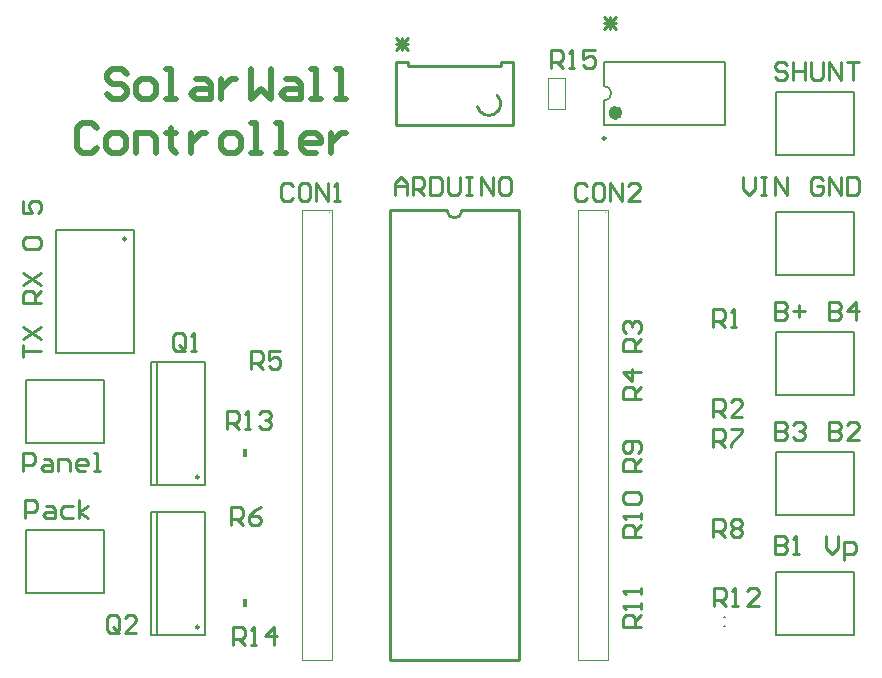
<source format=gto>
G04 Layer_Color=15132400*
%FSLAX25Y25*%
%MOIN*%
G70*
G01*
G75*
%ADD17C,0.02000*%
%ADD33C,0.01000*%
%ADD34C,0.00787*%
%ADD35C,0.00984*%
%ADD36C,0.02362*%
%ADD37C,0.00394*%
%ADD38R,0.01800X0.03000*%
D17*
X180665Y408331D02*
X178998Y409997D01*
X175666D01*
X174000Y408331D01*
Y401666D01*
X175666Y400000D01*
X178998D01*
X180665Y401666D01*
X185663Y400000D02*
X188995D01*
X190661Y401666D01*
Y404998D01*
X188995Y406665D01*
X185663D01*
X183997Y404998D01*
Y401666D01*
X185663Y400000D01*
X193993D02*
Y406665D01*
X198992D01*
X200658Y404998D01*
Y400000D01*
X205656Y408331D02*
Y406665D01*
X203990D01*
X207323D01*
X205656D01*
Y401666D01*
X207323Y400000D01*
X212321Y406665D02*
Y400000D01*
Y403332D01*
X213987Y404998D01*
X215653Y406665D01*
X217319D01*
X223984Y400000D02*
X227316D01*
X228982Y401666D01*
Y404998D01*
X227316Y406665D01*
X223984D01*
X222318Y404998D01*
Y401666D01*
X223984Y400000D01*
X232314D02*
X235647D01*
X233981D01*
Y409997D01*
X232314D01*
X240645Y400000D02*
X243977D01*
X242311D01*
Y409997D01*
X240645D01*
X253974Y400000D02*
X250642D01*
X248976Y401666D01*
Y404998D01*
X250642Y406665D01*
X253974D01*
X255640Y404998D01*
Y403332D01*
X248976D01*
X258973Y406665D02*
Y400000D01*
Y403332D01*
X260639Y404998D01*
X262305Y406665D01*
X263971D01*
X190665Y426331D02*
X188998Y427997D01*
X185666D01*
X184000Y426331D01*
Y424664D01*
X185666Y422998D01*
X188998D01*
X190665Y421332D01*
Y419666D01*
X188998Y418000D01*
X185666D01*
X184000Y419666D01*
X195663Y418000D02*
X198995D01*
X200661Y419666D01*
Y422998D01*
X198995Y424664D01*
X195663D01*
X193997Y422998D01*
Y419666D01*
X195663Y418000D01*
X203994D02*
X207326D01*
X205660D01*
Y427997D01*
X203994D01*
X213990Y424664D02*
X217323D01*
X218989Y422998D01*
Y418000D01*
X213990D01*
X212324Y419666D01*
X213990Y421332D01*
X218989D01*
X222321Y424664D02*
Y418000D01*
Y421332D01*
X223987Y422998D01*
X225653Y424664D01*
X227319D01*
X232318Y427997D02*
Y418000D01*
X235650Y421332D01*
X238982Y418000D01*
Y427997D01*
X243981Y424664D02*
X247313D01*
X248979Y422998D01*
Y418000D01*
X243981D01*
X242315Y419666D01*
X243981Y421332D01*
X248979D01*
X252311Y418000D02*
X255644D01*
X253977D01*
Y427997D01*
X252311D01*
X260642Y418000D02*
X263974D01*
X262308D01*
Y427997D01*
X260642D01*
D33*
X307712Y415553D02*
G03*
X314261Y419261I3788J947D01*
G01*
X297500Y381000D02*
G03*
X302500Y381000I2500J0D01*
G01*
X280500Y409500D02*
Y428000D01*
Y409500D02*
X319500D01*
Y430500D01*
X285500Y429000D02*
X314500D01*
X280500Y428000D02*
Y430500D01*
X284500Y429000D02*
X285500D01*
X284500D02*
Y430500D01*
X280500D02*
X284500D01*
X314500Y429000D02*
X315500D01*
Y430500D01*
X319500D01*
X278500Y231000D02*
Y381000D01*
Y231000D02*
X321500D01*
Y381000D01*
X302500D02*
X321500D01*
X278500D02*
X297500D01*
X396000Y391998D02*
Y387999D01*
X397999Y386000D01*
X399999Y387999D01*
Y391998D01*
X401998D02*
X403997D01*
X402998D01*
Y386000D01*
X401998D01*
X403997D01*
X406996D02*
Y391998D01*
X410995Y386000D01*
Y391998D01*
X422991Y390998D02*
X421992Y391998D01*
X419992D01*
X418993Y390998D01*
Y387000D01*
X419992Y386000D01*
X421992D01*
X422991Y387000D01*
Y388999D01*
X420992D01*
X424991Y386000D02*
Y391998D01*
X428989Y386000D01*
Y391998D01*
X430989D02*
Y386000D01*
X433988D01*
X434987Y387000D01*
Y390998D01*
X433988Y391998D01*
X430989D01*
X280500Y438498D02*
X284499Y434500D01*
X280500D02*
X284499Y438498D01*
X280500Y436499D02*
X284499D01*
X282499Y434500D02*
Y438498D01*
X349900Y445398D02*
X353899Y441400D01*
X349900D02*
X353899Y445398D01*
X349900Y443399D02*
X353899D01*
X351899Y441400D02*
Y445398D01*
X332000Y428300D02*
Y434298D01*
X334999D01*
X335999Y433298D01*
Y431299D01*
X334999Y430299D01*
X332000D01*
X333999D02*
X335999Y428300D01*
X337998D02*
X339997D01*
X338998D01*
Y434298D01*
X337998Y433298D01*
X346995Y434298D02*
X342996D01*
Y431299D01*
X344996Y432299D01*
X345995D01*
X346995Y431299D01*
Y429300D01*
X345995Y428300D01*
X343996D01*
X342996Y429300D01*
X410899Y429598D02*
X409899Y430598D01*
X407900D01*
X406900Y429598D01*
Y428599D01*
X407900Y427599D01*
X409899D01*
X410899Y426599D01*
Y425600D01*
X409899Y424600D01*
X407900D01*
X406900Y425600D01*
X412898Y430598D02*
Y424600D01*
Y427599D01*
X416897D01*
Y430598D01*
Y424600D01*
X418896Y430598D02*
Y425600D01*
X419896Y424600D01*
X421895D01*
X422895Y425600D01*
Y430598D01*
X424894Y424600D02*
Y430598D01*
X428893Y424600D01*
Y430598D01*
X430892D02*
X434891D01*
X432892D01*
Y424600D01*
X156000Y294000D02*
Y299998D01*
X158999D01*
X159999Y298998D01*
Y296999D01*
X158999Y295999D01*
X156000D01*
X162998Y297999D02*
X164997D01*
X165997Y296999D01*
Y294000D01*
X162998D01*
X161998Y295000D01*
X162998Y295999D01*
X165997D01*
X167996Y294000D02*
Y297999D01*
X170995D01*
X171995Y296999D01*
Y294000D01*
X176993D02*
X174994D01*
X173994Y295000D01*
Y296999D01*
X174994Y297999D01*
X176993D01*
X177993Y296999D01*
Y295999D01*
X173994D01*
X179992Y294000D02*
X181992D01*
X180992D01*
Y299998D01*
X179992D01*
X156002Y332000D02*
Y335999D01*
Y333999D01*
X162000D01*
X156002Y337998D02*
X162000Y341997D01*
X156002D02*
X162000Y337998D01*
Y349994D02*
X156002D01*
Y352993D01*
X157002Y353993D01*
X159001D01*
X160001Y352993D01*
Y349994D01*
Y351993D02*
X162000Y353993D01*
X156002Y355992D02*
X162000Y359991D01*
X156002D02*
X162000Y355992D01*
X157002Y367988D02*
X156002Y368988D01*
Y370987D01*
X157002Y371987D01*
X161000D01*
X162000Y370987D01*
Y368988D01*
X161000Y367988D01*
X157002D01*
X156002Y383983D02*
Y379984D01*
X159001D01*
X158001Y381984D01*
Y382983D01*
X159001Y383983D01*
X161000D01*
X162000Y382983D01*
Y380984D01*
X161000Y379984D01*
X386000Y302000D02*
Y307998D01*
X388999D01*
X389999Y306998D01*
Y304999D01*
X388999Y303999D01*
X386000D01*
X387999D02*
X389999Y302000D01*
X391998Y307998D02*
X395997D01*
Y306998D01*
X391998Y303000D01*
Y302000D01*
X362000Y242000D02*
X356002D01*
Y244999D01*
X357002Y245999D01*
X359001D01*
X360001Y244999D01*
Y242000D01*
Y243999D02*
X362000Y245999D01*
Y247998D02*
Y249997D01*
Y248998D01*
X356002D01*
X357002Y247998D01*
X362000Y252996D02*
Y254996D01*
Y253996D01*
X356002D01*
X357002Y252996D01*
X209999Y335000D02*
Y338998D01*
X208999Y339998D01*
X207000D01*
X206000Y338998D01*
Y335000D01*
X207000Y334000D01*
X208999D01*
X207999Y335999D02*
X209999Y334000D01*
X208999D02*
X209999Y335000D01*
X211998Y334000D02*
X213997D01*
X212998D01*
Y339998D01*
X211998Y338998D01*
X226000Y236000D02*
Y241998D01*
X228999D01*
X229999Y240998D01*
Y238999D01*
X228999Y237999D01*
X226000D01*
X227999D02*
X229999Y236000D01*
X231998D02*
X233997D01*
X232998D01*
Y241998D01*
X231998Y240998D01*
X239996Y236000D02*
Y241998D01*
X236996Y238999D01*
X240995D01*
X224000Y308000D02*
Y313998D01*
X226999D01*
X227999Y312998D01*
Y310999D01*
X226999Y309999D01*
X224000D01*
X225999D02*
X227999Y308000D01*
X229998D02*
X231997D01*
X230998D01*
Y313998D01*
X229998Y312998D01*
X234996D02*
X235996Y313998D01*
X237996D01*
X238995Y312998D01*
Y311999D01*
X237996Y310999D01*
X236996D01*
X237996D01*
X238995Y309999D01*
Y309000D01*
X237996Y308000D01*
X235996D01*
X234996Y309000D01*
X232000Y328000D02*
Y333998D01*
X234999D01*
X235999Y332998D01*
Y330999D01*
X234999Y329999D01*
X232000D01*
X233999D02*
X235999Y328000D01*
X241997Y333998D02*
X237998D01*
Y330999D01*
X239997Y331999D01*
X240997D01*
X241997Y330999D01*
Y329000D01*
X240997Y328000D01*
X238998D01*
X237998Y329000D01*
X343999Y388998D02*
X342999Y389998D01*
X341000D01*
X340000Y388998D01*
Y385000D01*
X341000Y384000D01*
X342999D01*
X343999Y385000D01*
X348997Y389998D02*
X346998D01*
X345998Y388998D01*
Y385000D01*
X346998Y384000D01*
X348997D01*
X349997Y385000D01*
Y388998D01*
X348997Y389998D01*
X351996Y384000D02*
Y389998D01*
X355995Y384000D01*
Y389998D01*
X361993Y384000D02*
X357994D01*
X361993Y387999D01*
Y388998D01*
X360993Y389998D01*
X358994D01*
X357994Y388998D01*
X245999D02*
X244999Y389998D01*
X243000D01*
X242000Y388998D01*
Y385000D01*
X243000Y384000D01*
X244999D01*
X245999Y385000D01*
X250997Y389998D02*
X248998D01*
X247998Y388998D01*
Y385000D01*
X248998Y384000D01*
X250997D01*
X251997Y385000D01*
Y388998D01*
X250997Y389998D01*
X253996Y384000D02*
Y389998D01*
X257995Y384000D01*
Y389998D01*
X259994Y384000D02*
X261994D01*
X260994D01*
Y389998D01*
X259994Y388998D01*
X280000Y386000D02*
Y389999D01*
X281999Y391998D01*
X283999Y389999D01*
Y386000D01*
Y388999D01*
X280000D01*
X285998Y386000D02*
Y391998D01*
X288997D01*
X289997Y390998D01*
Y388999D01*
X288997Y387999D01*
X285998D01*
X287997D02*
X289997Y386000D01*
X291996Y391998D02*
Y386000D01*
X294995D01*
X295995Y387000D01*
Y390998D01*
X294995Y391998D01*
X291996D01*
X297994D02*
Y387000D01*
X298994Y386000D01*
X300993D01*
X301993Y387000D01*
Y391998D01*
X303992D02*
X305992D01*
X304992D01*
Y386000D01*
X303992D01*
X305992D01*
X308991D02*
Y391998D01*
X312989Y386000D01*
Y391998D01*
X317988D02*
X315988D01*
X314989Y390998D01*
Y387000D01*
X315988Y386000D01*
X317988D01*
X318987Y387000D01*
Y390998D01*
X317988Y391998D01*
X406900Y350598D02*
Y344600D01*
X409899D01*
X410899Y345600D01*
Y346599D01*
X409899Y347599D01*
X406900D01*
X409899D01*
X410899Y348599D01*
Y349598D01*
X409899Y350598D01*
X406900D01*
X412898Y347599D02*
X416897D01*
X414897Y349598D02*
Y345600D01*
X424894Y350598D02*
Y344600D01*
X427893D01*
X428893Y345600D01*
Y346599D01*
X427893Y347599D01*
X424894D01*
X427893D01*
X428893Y348599D01*
Y349598D01*
X427893Y350598D01*
X424894D01*
X433891Y344600D02*
Y350598D01*
X430892Y347599D01*
X434891D01*
X406900Y310598D02*
Y304600D01*
X409899D01*
X410899Y305600D01*
Y306599D01*
X409899Y307599D01*
X406900D01*
X409899D01*
X410899Y308599D01*
Y309598D01*
X409899Y310598D01*
X406900D01*
X412898Y309598D02*
X413898Y310598D01*
X415897D01*
X416897Y309598D01*
Y308599D01*
X415897Y307599D01*
X414897D01*
X415897D01*
X416897Y306599D01*
Y305600D01*
X415897Y304600D01*
X413898D01*
X412898Y305600D01*
X424894Y310598D02*
Y304600D01*
X427893D01*
X428893Y305600D01*
Y306599D01*
X427893Y307599D01*
X424894D01*
X427893D01*
X428893Y308599D01*
Y309598D01*
X427893Y310598D01*
X424894D01*
X434891Y304600D02*
X430892D01*
X434891Y308599D01*
Y309598D01*
X433891Y310598D01*
X431892D01*
X430892Y309598D01*
X156900Y278600D02*
Y284598D01*
X159899D01*
X160899Y283598D01*
Y281599D01*
X159899Y280599D01*
X156900D01*
X163898Y282599D02*
X165897D01*
X166897Y281599D01*
Y278600D01*
X163898D01*
X162898Y279600D01*
X163898Y280599D01*
X166897D01*
X172895Y282599D02*
X169896D01*
X168896Y281599D01*
Y279600D01*
X169896Y278600D01*
X172895D01*
X174894D02*
Y284598D01*
Y280599D02*
X177893Y282599D01*
X174894Y280599D02*
X177893Y278600D01*
X406900Y272598D02*
Y266600D01*
X409899D01*
X410899Y267600D01*
Y268599D01*
X409899Y269599D01*
X406900D01*
X409899D01*
X410899Y270599D01*
Y271598D01*
X409899Y272598D01*
X406900D01*
X412898Y266600D02*
X414897D01*
X413898D01*
Y272598D01*
X412898Y271598D01*
X423895Y272598D02*
Y268599D01*
X425894Y266600D01*
X427893Y268599D01*
Y272598D01*
X429893Y264601D02*
Y270599D01*
X432892D01*
X433891Y269599D01*
Y267600D01*
X432892Y266600D01*
X429893D01*
X187999Y241000D02*
Y244998D01*
X186999Y245998D01*
X185000D01*
X184000Y244998D01*
Y241000D01*
X185000Y240000D01*
X186999D01*
X185999Y241999D02*
X187999Y240000D01*
X186999D02*
X187999Y241000D01*
X193997Y240000D02*
X189998D01*
X193997Y243999D01*
Y244998D01*
X192997Y245998D01*
X190998D01*
X189998Y244998D01*
X386000Y312000D02*
Y317998D01*
X388999D01*
X389999Y316998D01*
Y314999D01*
X388999Y313999D01*
X386000D01*
X387999D02*
X389999Y312000D01*
X395997D02*
X391998D01*
X395997Y315999D01*
Y316998D01*
X394997Y317998D01*
X392998D01*
X391998Y316998D01*
X362000Y334000D02*
X356002D01*
Y336999D01*
X357002Y337999D01*
X359001D01*
X360001Y336999D01*
Y334000D01*
Y335999D02*
X362000Y337999D01*
X357002Y339998D02*
X356002Y340998D01*
Y342997D01*
X357002Y343997D01*
X358001D01*
X359001Y342997D01*
Y341997D01*
Y342997D01*
X360001Y343997D01*
X361000D01*
X362000Y342997D01*
Y340998D01*
X361000Y339998D01*
X362000Y318000D02*
X356002D01*
Y320999D01*
X357002Y321999D01*
X359001D01*
X360001Y320999D01*
Y318000D01*
Y319999D02*
X362000Y321999D01*
Y326997D02*
X356002D01*
X359001Y323998D01*
Y327997D01*
X225550Y276050D02*
Y282048D01*
X228549D01*
X229549Y281048D01*
Y279049D01*
X228549Y278049D01*
X225550D01*
X227549D02*
X229549Y276050D01*
X235547Y282048D02*
X233547Y281048D01*
X231548Y279049D01*
Y277050D01*
X232548Y276050D01*
X234547D01*
X235547Y277050D01*
Y278049D01*
X234547Y279049D01*
X231548D01*
X386000Y272000D02*
Y277998D01*
X388999D01*
X389999Y276998D01*
Y274999D01*
X388999Y273999D01*
X386000D01*
X387999D02*
X389999Y272000D01*
X391998Y276998D02*
X392998Y277998D01*
X394997D01*
X395997Y276998D01*
Y275999D01*
X394997Y274999D01*
X395997Y273999D01*
Y273000D01*
X394997Y272000D01*
X392998D01*
X391998Y273000D01*
Y273999D01*
X392998Y274999D01*
X391998Y275999D01*
Y276998D01*
X392998Y274999D02*
X394997D01*
X362000Y294000D02*
X356002D01*
Y296999D01*
X357002Y297999D01*
X359001D01*
X360001Y296999D01*
Y294000D01*
Y295999D02*
X362000Y297999D01*
X361000Y299998D02*
X362000Y300998D01*
Y302997D01*
X361000Y303997D01*
X357002D01*
X356002Y302997D01*
Y300998D01*
X357002Y299998D01*
X358001D01*
X359001Y300998D01*
Y303997D01*
X362000Y272000D02*
X356002D01*
Y274999D01*
X357002Y275999D01*
X359001D01*
X360001Y274999D01*
Y272000D01*
Y273999D02*
X362000Y275999D01*
Y277998D02*
Y279997D01*
Y278998D01*
X356002D01*
X357002Y277998D01*
Y282996D02*
X356002Y283996D01*
Y285996D01*
X357002Y286995D01*
X361000D01*
X362000Y285996D01*
Y283996D01*
X361000Y282996D01*
X357002D01*
X386000Y342000D02*
Y347998D01*
X388999D01*
X389999Y346998D01*
Y344999D01*
X388999Y343999D01*
X386000D01*
X387999D02*
X389999Y342000D01*
X391998D02*
X393997D01*
X392998D01*
Y347998D01*
X391998Y346998D01*
X386400Y249000D02*
Y254998D01*
X389399D01*
X390399Y253998D01*
Y251999D01*
X389399Y250999D01*
X386400D01*
X388399D02*
X390399Y249000D01*
X392398D02*
X394397D01*
X393398D01*
Y254998D01*
X392398Y253998D01*
X401395Y249000D02*
X397396D01*
X401395Y252999D01*
Y253998D01*
X400395Y254998D01*
X398396D01*
X397396Y253998D01*
D34*
X349724Y417500D02*
G03*
X349724Y422500I0J2500D01*
G01*
X407000Y359500D02*
Y380500D01*
X433000Y359500D02*
Y380500D01*
X407000D02*
X433000D01*
X407000Y359500D02*
X433000D01*
X349724Y409567D02*
X390276D01*
X349724Y430433D02*
X390276D01*
X349724Y409567D02*
Y417500D01*
Y422500D02*
Y430433D01*
X390276Y409567D02*
Y430433D01*
X407000Y420500D02*
X433000D01*
X407000Y399500D02*
X433000D01*
X407000D02*
Y420500D01*
X433000Y399500D02*
Y420500D01*
X183000Y303500D02*
Y324500D01*
X157000Y303500D02*
Y324500D01*
Y303500D02*
X183000D01*
X157000Y324500D02*
X183000D01*
X193000Y333500D02*
Y374500D01*
X167000Y333500D02*
Y374500D01*
Y333500D02*
X193000D01*
X167000Y374500D02*
X193000D01*
X198779Y289528D02*
Y330472D01*
X216890D01*
Y289528D02*
Y330472D01*
X198779Y289528D02*
X216890D01*
X200748Y289528D02*
Y330472D01*
X407000Y239500D02*
Y260500D01*
X433000Y239500D02*
Y260500D01*
X407000D02*
X433000D01*
X407000Y239500D02*
X433000D01*
X183000Y253500D02*
Y274500D01*
X157000Y253500D02*
Y274500D01*
Y253500D02*
X183000D01*
X157000Y274500D02*
X183000D01*
X407000Y279500D02*
Y300500D01*
X433000Y279500D02*
Y300500D01*
X407000D02*
X433000D01*
X407000Y279500D02*
X433000D01*
X407000Y319500D02*
Y340500D01*
X433000Y319500D02*
Y340500D01*
X407000D02*
X433000D01*
X407000Y319500D02*
X433000D01*
X389803Y242425D02*
X390197D01*
X389803Y245575D02*
X390197D01*
X198779Y239528D02*
Y280472D01*
X216890D01*
Y239528D02*
Y280472D01*
X198779Y239528D02*
X216890D01*
X200748Y239528D02*
Y280472D01*
D35*
X350374Y405000D02*
G03*
X350374Y405000I-492J0D01*
G01*
X190492Y371500D02*
G03*
X190492Y371500I-492J0D01*
G01*
X214823Y292087D02*
G03*
X214823Y292087I-492J0D01*
G01*
Y242087D02*
G03*
X214823Y242087I-492J0D01*
G01*
D36*
X354842Y413504D02*
G03*
X354842Y413504I-1181J0D01*
G01*
D37*
X258497Y380300D02*
G03*
X258497Y380300I-197J0D01*
G01*
X350497D02*
G03*
X350497Y380300I-197J0D01*
G01*
X336756Y414882D02*
Y425118D01*
X331244Y414882D02*
X336756D01*
X331244D02*
Y425118D01*
X336756D01*
X249000Y381000D02*
X259000D01*
Y231000D02*
Y381000D01*
X249000Y231000D02*
X259000D01*
X249000D02*
Y381000D01*
X341000D02*
X351000D01*
Y231000D02*
Y381000D01*
X341000Y231000D02*
X351000D01*
X341000D02*
Y381000D01*
D38*
X230000Y250000D02*
D03*
Y300000D02*
D03*
M02*

</source>
